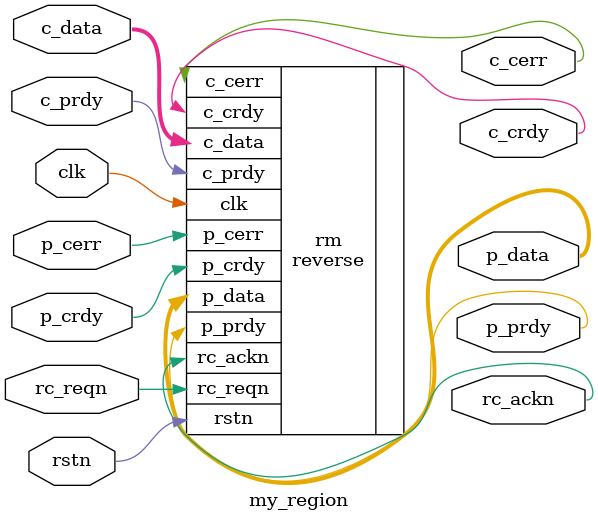
<source format=v>
/*******************************************************************************   
 * Copyright (c) 2012, Lingkan Gong                                                
 * All rights reserved.                                                            
 *                                                                                 
 * Redistribution and use in source and binary forms, with or without              
 * modification, are permitted provided that the following conditions are met:     
 *                                                                                 
 *  * Redistributions of source code must retain the above copyright notice,       
 *    this list of conditions and the following disclaimer.                        
 *                                                                                 
 *  * Redistributions in binary form must reproduce the above copyright notice,    
 *    this list of conditions and the following disclaimer in the documentation    
 *    and/or other materials provided with the distribution.                       
 *                                                                                 
 *  * Neither the name of the copyright holder(s) nor the names of its             
 *    contributor(s) may be used to endorse or promote products derived from this  
 *    software without specific prior written permission.                          
 *                                                                                 
 * THIS SOFTWARE IS PROVIDED BY THE COPYRIGHT HOLDERS AND CONTRIBUTORS "AS IS" AND 
 * ANY EXPRESS OR IMPLIED WARRANTIES, INCLUDING, BUT NOT LIMITED TO, THE IMPLIED   
 * WARRANTIES OF MERCHANTABILITY AND FITNESS FOR A PARTICULAR PURPOSE ARE          
 * DISCLAIMED. IN NO EVENT SHALL THE COPYRIGHT HOLDERS BE LIABLE FOR ANY           
 * DIRECT, INDIRECT, INCIDENTAL, SPECIAL, EXEMPLARY, OR CONSEQUENTIAL DAMAGES      
 * (INCLUDING, BUT NOT LIMITED TO, PROCUREMENT OF SUBSTITUTE GOODS OR SERVICES;    
 * LOSS OF USE, DATA, OR PROFITS; OR BUSINESS INTERRUPTION) HOWEVER CAUSED AND     
 * ON ANY THEORY OF LIABILITY, WHETHER IN CONTRACT, STRICT LIABILITY, OR TORT      
 * (INCLUDING NEGLIGENCE OR OTHERWISE) ARISING IN ANY WAY OUT OF THE USE OF THIS   
 * SOFTWARE, EVEN IF ADVISED OF THE POSSIBILITY OF SUCH DAMAGE.                    
 *                                                                                 
*******************************************************************************/   

`timescale 1ns/1ps

module my_region
(
	input           clk             ,
	input           rstn            ,
	input           rc_reqn         ,
	output          rc_ackn         ,
	output          p_prdy          ,
	input           p_crdy          ,
	input           p_cerr          ,
	output  [31:0]  p_data          ,
	input           c_prdy          ,
	output          c_crdy          ,
	output          c_cerr          ,
	input   [31:0]  c_data          
);

	reverse  rm (
		.clk              (  clk              ),
		.rstn             (  rstn             ),
		.rc_reqn          (  rc_reqn          ),
		.rc_ackn          (  rc_ackn          ),
		.p_prdy           (  p_prdy           ),
		.p_crdy           (  p_crdy           ),
		.p_cerr           (  p_cerr           ),
		.p_data           (  p_data           ),
		.c_prdy           (  c_prdy           ),
		.c_crdy           (  c_crdy           ),
		.c_cerr           (  c_cerr           ),
		.c_data           (  c_data           )
	);

endmodule




</source>
